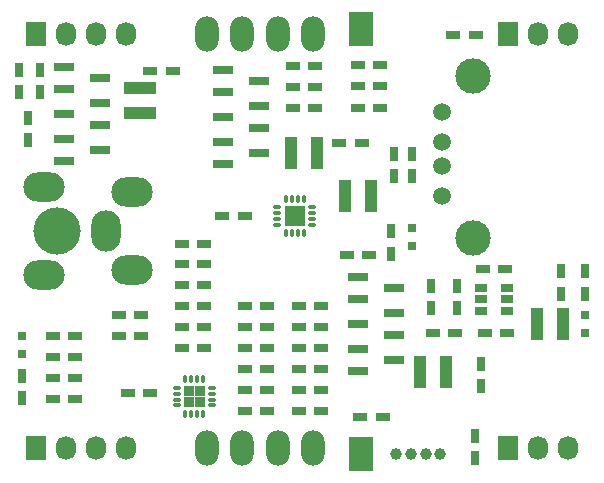
<source format=gbr>
G04 #@! TF.FileFunction,Soldermask,Top*
%FSLAX46Y46*%
G04 Gerber Fmt 4.6, Leading zero omitted, Abs format (unit mm)*
G04 Created by KiCad (PCBNEW 4.0.2+dfsg1-stable) date mån 26 dec 2016 15:24:11*
%MOMM*%
G01*
G04 APERTURE LIST*
%ADD10C,0.100000*%
%ADD11C,1.501140*%
%ADD12C,2.999740*%
%ADD13O,3.500000X2.500000*%
%ADD14O,2.500000X3.500000*%
%ADD15C,4.000000*%
%ADD16R,2.000000X3.000000*%
%ADD17R,1.000000X2.700000*%
%ADD18O,2.000000X3.000000*%
%ADD19O,0.750000X0.300000*%
%ADD20O,0.300000X0.750000*%
%ADD21R,0.900000X0.900000*%
%ADD22R,1.060000X0.650000*%
%ADD23R,1.800860X0.800100*%
%ADD24R,2.700000X1.000000*%
%ADD25R,0.797560X0.797560*%
%ADD26R,1.200000X0.750000*%
%ADD27R,0.750000X1.200000*%
%ADD28R,1.727200X2.032000*%
%ADD29O,1.727200X2.032000*%
%ADD30C,1.000000*%
G04 APERTURE END LIST*
D10*
D11*
X166875880Y-94106140D03*
X166875880Y-96646140D03*
X166875880Y-98678140D03*
X166875880Y-101218140D03*
D12*
X169542880Y-91058140D03*
X169542880Y-104774140D03*
D13*
X133230000Y-107840000D03*
X133230000Y-100440000D03*
X140630000Y-100840000D03*
D14*
X138430000Y-104140000D03*
D13*
X140630000Y-107440000D03*
D15*
X134330000Y-104140000D03*
D16*
X160000000Y-87000000D03*
X160000000Y-123000000D03*
D17*
X160866000Y-101193600D03*
X158666000Y-101193600D03*
D18*
X153000000Y-87500000D03*
X156000000Y-87500000D03*
X150000000Y-87500000D03*
X147000000Y-87500000D03*
X150000000Y-122500000D03*
X153000000Y-122500000D03*
X147000000Y-122500000D03*
X156000000Y-122500000D03*
D19*
X144448000Y-117410800D03*
X144448000Y-117910800D03*
X144448000Y-118410800D03*
X144448000Y-118910800D03*
D20*
X145173000Y-119635800D03*
X145673000Y-119635800D03*
X146173000Y-119635800D03*
X146673000Y-119635800D03*
D19*
X147398000Y-118910800D03*
X147398000Y-118410800D03*
X147398000Y-117910800D03*
X147398000Y-117410800D03*
D20*
X146673000Y-116685800D03*
X146173000Y-116685800D03*
X145673000Y-116685800D03*
X145173000Y-116685800D03*
D21*
X146373000Y-118610800D03*
X146373000Y-117710800D03*
X145473000Y-118610800D03*
X145473000Y-117710800D03*
D19*
X152957000Y-102120000D03*
X152957000Y-102620000D03*
X152957000Y-103120000D03*
X152957000Y-103620000D03*
D20*
X153682000Y-104345000D03*
X154182000Y-104345000D03*
X154682000Y-104345000D03*
X155182000Y-104345000D03*
D19*
X155907000Y-103620000D03*
X155907000Y-103120000D03*
X155907000Y-102620000D03*
X155907000Y-102120000D03*
D20*
X155182000Y-101395000D03*
X154682000Y-101395000D03*
X154182000Y-101395000D03*
X153682000Y-101395000D03*
D21*
X154882000Y-103320000D03*
X154882000Y-102420000D03*
X153982000Y-103320000D03*
X153982000Y-102420000D03*
D22*
X170197600Y-108981200D03*
X170197600Y-109931200D03*
X170197600Y-110881200D03*
X172397600Y-110881200D03*
X172397600Y-108981200D03*
X172397600Y-109931200D03*
D23*
X159788860Y-114112000D03*
X159788860Y-116012000D03*
X162791140Y-115062000D03*
X148358860Y-96586000D03*
X148358860Y-98486000D03*
X151361140Y-97536000D03*
X134896860Y-96332000D03*
X134896860Y-98232000D03*
X137899140Y-97282000D03*
X162791140Y-112964000D03*
X162791140Y-111064000D03*
X159788860Y-112014000D03*
X151361140Y-95438000D03*
X151361140Y-93538000D03*
X148358860Y-94488000D03*
X137899140Y-95184000D03*
X137899140Y-93284000D03*
X134896860Y-94234000D03*
X159788860Y-108016000D03*
X159788860Y-109916000D03*
X162791140Y-108966000D03*
X148358860Y-90490000D03*
X148358860Y-92390000D03*
X151361140Y-91440000D03*
X134896860Y-90236000D03*
X134896860Y-92136000D03*
X137899140Y-91186000D03*
D17*
X167216000Y-116078000D03*
X165016000Y-116078000D03*
X156294000Y-97536000D03*
X154094000Y-97536000D03*
D24*
X141351000Y-91991000D03*
X141351000Y-94191000D03*
D17*
X177100000Y-112000000D03*
X174900000Y-112000000D03*
D25*
X164338000Y-103898700D03*
X164338000Y-105397300D03*
X179000000Y-112749300D03*
X179000000Y-111250700D03*
X131318000Y-113042700D03*
X131318000Y-114541300D03*
D26*
X152080000Y-119380000D03*
X150180000Y-119380000D03*
X159781200Y-93726000D03*
X161681200Y-93726000D03*
X144846000Y-105206800D03*
X146746000Y-105206800D03*
D27*
X170180000Y-115382000D03*
X170180000Y-117282000D03*
D26*
X158206400Y-96723200D03*
X160106400Y-96723200D03*
X142179000Y-90551000D03*
X144079000Y-90551000D03*
X156652000Y-110490000D03*
X154752000Y-110490000D03*
X154244000Y-91948000D03*
X156144000Y-91948000D03*
D27*
X132842000Y-90490000D03*
X132842000Y-92390000D03*
D26*
X154752000Y-114046000D03*
X156652000Y-114046000D03*
X154752000Y-115824000D03*
X156652000Y-115824000D03*
X154752000Y-117602000D03*
X156652000Y-117602000D03*
X167858400Y-87528400D03*
X169758400Y-87528400D03*
D27*
X164338000Y-99502000D03*
X164338000Y-97602000D03*
X162814000Y-99502000D03*
X162814000Y-97602000D03*
X177000000Y-109450000D03*
X177000000Y-107550000D03*
D26*
X160716000Y-106172000D03*
X158816000Y-106172000D03*
X172400000Y-112776000D03*
X170500000Y-112776000D03*
X172247600Y-107391200D03*
X170347600Y-107391200D03*
X150200400Y-102870000D03*
X148300400Y-102870000D03*
X140274000Y-117856000D03*
X142174000Y-117856000D03*
D27*
X131318000Y-116398000D03*
X131318000Y-118298000D03*
X168148000Y-110678000D03*
X168148000Y-108778000D03*
X165963600Y-108778000D03*
X165963600Y-110678000D03*
D26*
X166131200Y-112776000D03*
X168031200Y-112776000D03*
D27*
X179000000Y-109450000D03*
X179000000Y-107550000D03*
X162610800Y-106055200D03*
X162610800Y-104155200D03*
D26*
X135824000Y-113030000D03*
X133924000Y-113030000D03*
X139512000Y-111252000D03*
X141412000Y-111252000D03*
X133924000Y-114808000D03*
X135824000Y-114808000D03*
X141412000Y-113030000D03*
X139512000Y-113030000D03*
X146746000Y-114046000D03*
X144846000Y-114046000D03*
X152080000Y-112268000D03*
X150180000Y-112268000D03*
X133924000Y-116586000D03*
X135824000Y-116586000D03*
X135824000Y-118364000D03*
X133924000Y-118364000D03*
X144846000Y-112268000D03*
X146746000Y-112268000D03*
X150180000Y-110490000D03*
X152080000Y-110490000D03*
X146746000Y-110490000D03*
X144846000Y-110490000D03*
X152080000Y-117602000D03*
X150180000Y-117602000D03*
X152080000Y-115824000D03*
X150180000Y-115824000D03*
X152080000Y-114046000D03*
X150180000Y-114046000D03*
D27*
X131064000Y-90490000D03*
X131064000Y-92390000D03*
D26*
X154244000Y-90170000D03*
X156144000Y-90170000D03*
X156652000Y-112268000D03*
X154752000Y-112268000D03*
D27*
X131826000Y-94554000D03*
X131826000Y-96454000D03*
D26*
X154244000Y-93726000D03*
X156144000Y-93726000D03*
X161859000Y-119888000D03*
X159959000Y-119888000D03*
X144846000Y-108712000D03*
X146746000Y-108712000D03*
X159781200Y-90119200D03*
X161681200Y-90119200D03*
D27*
X169672000Y-121478000D03*
X169672000Y-123378000D03*
D26*
X146746000Y-106934000D03*
X144846000Y-106934000D03*
X161681200Y-91897200D03*
X159781200Y-91897200D03*
X154752000Y-119380000D03*
X156652000Y-119380000D03*
D28*
X132500000Y-87500000D03*
D29*
X135040000Y-87500000D03*
X137580000Y-87500000D03*
X140120000Y-87500000D03*
D28*
X132500000Y-122500000D03*
D29*
X135040000Y-122500000D03*
X137580000Y-122500000D03*
X140120000Y-122500000D03*
D30*
X166750000Y-123000000D03*
X165500000Y-123000000D03*
X163000000Y-123000000D03*
X164250000Y-123000000D03*
D28*
X172500000Y-122500000D03*
D29*
X175040000Y-122500000D03*
X177580000Y-122500000D03*
D28*
X172500000Y-87500000D03*
D29*
X175040000Y-87500000D03*
X177580000Y-87500000D03*
M02*

</source>
